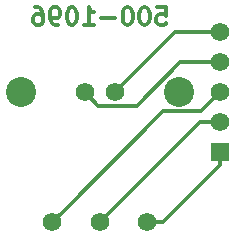
<source format=gbr>
G04 #@! TF.FileFunction,Copper,L2,Bot,Signal*
%FSLAX46Y46*%
G04 Gerber Fmt 4.6, Leading zero omitted, Abs format (unit mm)*
G04 Created by KiCad (PCBNEW (2016-02-24 BZR 6585, Git 0829446)-product) date 3/15/2016 7:35:22 AM*
%MOMM*%
G01*
G04 APERTURE LIST*
%ADD10C,0.100000*%
%ADD11C,0.300000*%
%ADD12C,2.540000*%
%ADD13C,1.574800*%
%ADD14R,1.574800X1.574800*%
%ADD15C,0.304800*%
G04 APERTURE END LIST*
D10*
D11*
X161067141Y-65218571D02*
X161781427Y-65218571D01*
X161852856Y-65932857D01*
X161781427Y-65861429D01*
X161638570Y-65790000D01*
X161281427Y-65790000D01*
X161138570Y-65861429D01*
X161067141Y-65932857D01*
X160995713Y-66075714D01*
X160995713Y-66432857D01*
X161067141Y-66575714D01*
X161138570Y-66647143D01*
X161281427Y-66718571D01*
X161638570Y-66718571D01*
X161781427Y-66647143D01*
X161852856Y-66575714D01*
X160067142Y-65218571D02*
X159924285Y-65218571D01*
X159781428Y-65290000D01*
X159709999Y-65361429D01*
X159638570Y-65504286D01*
X159567142Y-65790000D01*
X159567142Y-66147143D01*
X159638570Y-66432857D01*
X159709999Y-66575714D01*
X159781428Y-66647143D01*
X159924285Y-66718571D01*
X160067142Y-66718571D01*
X160209999Y-66647143D01*
X160281428Y-66575714D01*
X160352856Y-66432857D01*
X160424285Y-66147143D01*
X160424285Y-65790000D01*
X160352856Y-65504286D01*
X160281428Y-65361429D01*
X160209999Y-65290000D01*
X160067142Y-65218571D01*
X158638571Y-65218571D02*
X158495714Y-65218571D01*
X158352857Y-65290000D01*
X158281428Y-65361429D01*
X158209999Y-65504286D01*
X158138571Y-65790000D01*
X158138571Y-66147143D01*
X158209999Y-66432857D01*
X158281428Y-66575714D01*
X158352857Y-66647143D01*
X158495714Y-66718571D01*
X158638571Y-66718571D01*
X158781428Y-66647143D01*
X158852857Y-66575714D01*
X158924285Y-66432857D01*
X158995714Y-66147143D01*
X158995714Y-65790000D01*
X158924285Y-65504286D01*
X158852857Y-65361429D01*
X158781428Y-65290000D01*
X158638571Y-65218571D01*
X157495714Y-66147143D02*
X156352857Y-66147143D01*
X154852857Y-66718571D02*
X155710000Y-66718571D01*
X155281428Y-66718571D02*
X155281428Y-65218571D01*
X155424285Y-65432857D01*
X155567143Y-65575714D01*
X155710000Y-65647143D01*
X153924286Y-65218571D02*
X153781429Y-65218571D01*
X153638572Y-65290000D01*
X153567143Y-65361429D01*
X153495714Y-65504286D01*
X153424286Y-65790000D01*
X153424286Y-66147143D01*
X153495714Y-66432857D01*
X153567143Y-66575714D01*
X153638572Y-66647143D01*
X153781429Y-66718571D01*
X153924286Y-66718571D01*
X154067143Y-66647143D01*
X154138572Y-66575714D01*
X154210000Y-66432857D01*
X154281429Y-66147143D01*
X154281429Y-65790000D01*
X154210000Y-65504286D01*
X154138572Y-65361429D01*
X154067143Y-65290000D01*
X153924286Y-65218571D01*
X152710001Y-66718571D02*
X152424286Y-66718571D01*
X152281429Y-66647143D01*
X152210001Y-66575714D01*
X152067143Y-66361429D01*
X151995715Y-66075714D01*
X151995715Y-65504286D01*
X152067143Y-65361429D01*
X152138572Y-65290000D01*
X152281429Y-65218571D01*
X152567143Y-65218571D01*
X152710001Y-65290000D01*
X152781429Y-65361429D01*
X152852858Y-65504286D01*
X152852858Y-65861429D01*
X152781429Y-66004286D01*
X152710001Y-66075714D01*
X152567143Y-66147143D01*
X152281429Y-66147143D01*
X152138572Y-66075714D01*
X152067143Y-66004286D01*
X151995715Y-65861429D01*
X150710001Y-65218571D02*
X150995715Y-65218571D01*
X151138572Y-65290000D01*
X151210001Y-65361429D01*
X151352858Y-65575714D01*
X151424287Y-65861429D01*
X151424287Y-66432857D01*
X151352858Y-66575714D01*
X151281430Y-66647143D01*
X151138572Y-66718571D01*
X150852858Y-66718571D01*
X150710001Y-66647143D01*
X150638572Y-66575714D01*
X150567144Y-66432857D01*
X150567144Y-66075714D01*
X150638572Y-65932857D01*
X150710001Y-65861429D01*
X150852858Y-65790000D01*
X151138572Y-65790000D01*
X151281430Y-65861429D01*
X151352858Y-65932857D01*
X151424287Y-66075714D01*
D12*
X149510000Y-72390000D03*
X162910000Y-72390000D03*
D13*
X154940000Y-72390000D03*
X157480000Y-72390000D03*
X156210000Y-83390000D03*
X160210000Y-83390000D03*
X152210000Y-83390000D03*
D14*
X166370000Y-77470000D03*
D13*
X166370000Y-74930000D03*
X166370000Y-72390000D03*
X166370000Y-69850000D03*
X166370000Y-67310000D03*
D15*
X166370000Y-77470000D02*
X166370000Y-78562200D01*
X166370000Y-78562200D02*
X161542200Y-83390000D01*
X161323551Y-83390000D02*
X160210000Y-83390000D01*
X161542200Y-83390000D02*
X161323551Y-83390000D01*
X166370000Y-74930000D02*
X164670000Y-74930000D01*
X164670000Y-74930000D02*
X156210000Y-83390000D01*
X166370000Y-72390000D02*
X164744399Y-74015601D01*
X164744399Y-74015601D02*
X161584399Y-74015601D01*
X161584399Y-74015601D02*
X152997399Y-82602601D01*
X152997399Y-82602601D02*
X152210000Y-83390000D01*
X154940000Y-72390000D02*
X156083001Y-73533001D01*
X159361109Y-73533001D02*
X163044110Y-69850000D01*
X156083001Y-73533001D02*
X159361109Y-73533001D01*
X165256449Y-69850000D02*
X166370000Y-69850000D01*
X163044110Y-69850000D02*
X165256449Y-69850000D01*
X157480000Y-72390000D02*
X162560000Y-67310000D01*
X162560000Y-67310000D02*
X166370000Y-67310000D01*
M02*

</source>
